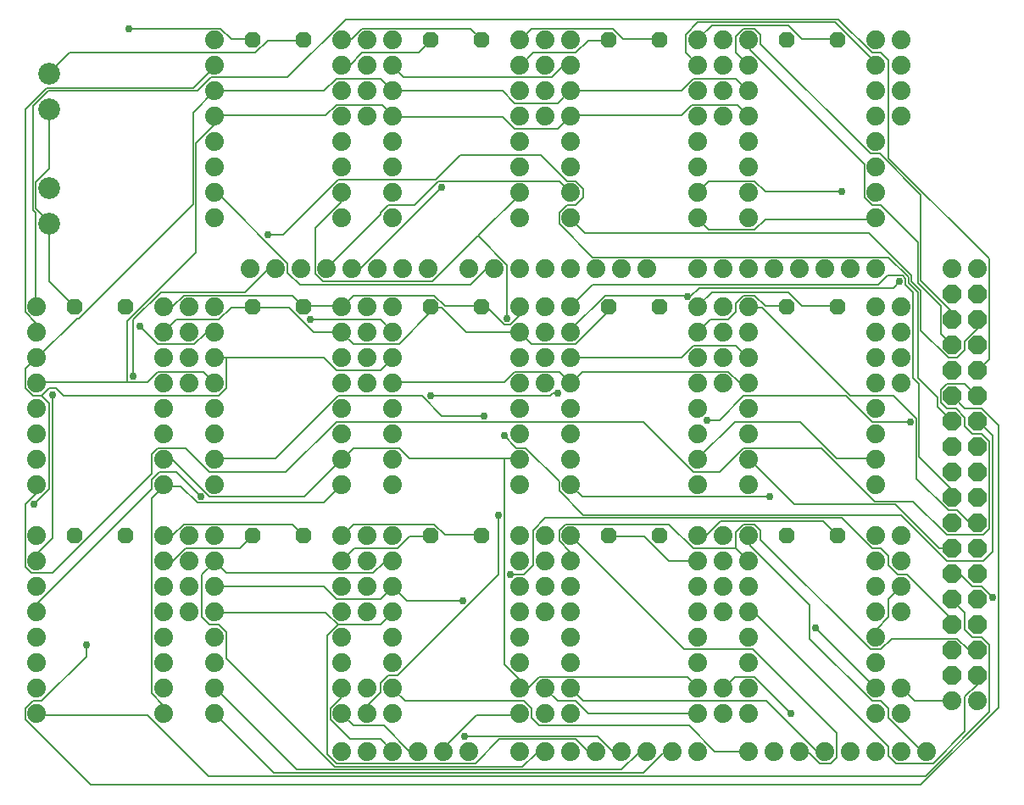
<source format=gbr>
G04 EAGLE Gerber RS-274X export*
G75*
%MOMM*%
%FSLAX34Y34*%
%LPD*%
%INBottom Copper*%
%IPPOS*%
%AMOC8*
5,1,8,0,0,1.08239X$1,22.5*%
G01*
%ADD10C,1.879600*%
%ADD11P,2.034460X8X112.500000*%
%ADD12P,1.732040X8X202.500000*%
%ADD13C,2.184400*%
%ADD14C,0.152400*%
%ADD15C,0.756400*%


D10*
X203200Y63500D03*
X203200Y88900D03*
X203200Y114300D03*
X203200Y139700D03*
X203200Y165100D03*
X203200Y190500D03*
X203200Y215900D03*
X203200Y241300D03*
X381000Y63500D03*
X381000Y88900D03*
X381000Y114300D03*
X381000Y139700D03*
X381000Y165100D03*
X381000Y190500D03*
X381000Y215900D03*
X381000Y241300D03*
X558800Y63500D03*
X558800Y88900D03*
X558800Y114300D03*
X558800Y139700D03*
X558800Y165100D03*
X558800Y190500D03*
X558800Y215900D03*
X558800Y241300D03*
X736600Y63500D03*
X736600Y88900D03*
X736600Y114300D03*
X736600Y139700D03*
X736600Y165100D03*
X736600Y190500D03*
X736600Y215900D03*
X736600Y241300D03*
X25400Y241300D03*
X25400Y215900D03*
X25400Y190500D03*
X25400Y165100D03*
X25400Y139700D03*
X25400Y114300D03*
X25400Y88900D03*
X25400Y63500D03*
X736600Y469900D03*
X736600Y444500D03*
X736600Y419100D03*
X736600Y393700D03*
X736600Y368300D03*
X736600Y342900D03*
X736600Y317500D03*
X736600Y292100D03*
X558800Y469900D03*
X558800Y444500D03*
X558800Y419100D03*
X558800Y393700D03*
X558800Y368300D03*
X558800Y342900D03*
X558800Y317500D03*
X558800Y292100D03*
X381000Y469900D03*
X381000Y444500D03*
X381000Y419100D03*
X381000Y393700D03*
X381000Y368300D03*
X381000Y342900D03*
X381000Y317500D03*
X381000Y292100D03*
X203200Y469900D03*
X203200Y444500D03*
X203200Y419100D03*
X203200Y393700D03*
X203200Y368300D03*
X203200Y342900D03*
X203200Y317500D03*
X203200Y292100D03*
X25400Y469900D03*
X25400Y444500D03*
X25400Y419100D03*
X25400Y393700D03*
X25400Y368300D03*
X25400Y342900D03*
X25400Y317500D03*
X25400Y292100D03*
X736600Y736600D03*
X736600Y711200D03*
X736600Y685800D03*
X736600Y660400D03*
X736600Y635000D03*
X736600Y609600D03*
X736600Y584200D03*
X736600Y558800D03*
X558800Y736600D03*
X558800Y711200D03*
X558800Y685800D03*
X558800Y660400D03*
X558800Y635000D03*
X558800Y609600D03*
X558800Y584200D03*
X558800Y558800D03*
X381000Y736600D03*
X381000Y711200D03*
X381000Y685800D03*
X381000Y660400D03*
X381000Y635000D03*
X381000Y609600D03*
X381000Y584200D03*
X381000Y558800D03*
X203200Y736600D03*
X203200Y711200D03*
X203200Y685800D03*
X203200Y660400D03*
X203200Y635000D03*
X203200Y609600D03*
X203200Y584200D03*
X203200Y558800D03*
X330200Y63500D03*
X330200Y88900D03*
X330200Y114300D03*
X330200Y139700D03*
X330200Y165100D03*
X330200Y190500D03*
X330200Y215900D03*
X330200Y241300D03*
X355600Y165100D03*
X355600Y190500D03*
X355600Y215900D03*
X355600Y241300D03*
X355600Y63500D03*
X355600Y88900D03*
X533400Y63500D03*
X533400Y88900D03*
X711200Y63500D03*
X711200Y88900D03*
X889000Y63500D03*
X889000Y88900D03*
X508000Y63500D03*
X508000Y88900D03*
X508000Y114300D03*
X508000Y139700D03*
X508000Y165100D03*
X508000Y190500D03*
X508000Y215900D03*
X508000Y241300D03*
X533400Y165100D03*
X533400Y190500D03*
X533400Y215900D03*
X533400Y241300D03*
X685800Y63500D03*
X685800Y88900D03*
X685800Y114300D03*
X685800Y139700D03*
X685800Y165100D03*
X685800Y190500D03*
X685800Y215900D03*
X685800Y241300D03*
X863600Y63500D03*
X863600Y88900D03*
X863600Y114300D03*
X863600Y139700D03*
X863600Y165100D03*
X863600Y190500D03*
X863600Y215900D03*
X863600Y241300D03*
X152400Y63500D03*
X152400Y88900D03*
X152400Y114300D03*
X152400Y139700D03*
X152400Y165100D03*
X152400Y190500D03*
X152400Y215900D03*
X152400Y241300D03*
X863600Y292100D03*
X863600Y317500D03*
X863600Y342900D03*
X863600Y368300D03*
X863600Y393700D03*
X863600Y419100D03*
X863600Y444500D03*
X863600Y469900D03*
X685800Y292100D03*
X685800Y317500D03*
X685800Y342900D03*
X685800Y368300D03*
X685800Y393700D03*
X685800Y419100D03*
X685800Y444500D03*
X685800Y469900D03*
X508000Y292100D03*
X508000Y317500D03*
X508000Y342900D03*
X508000Y368300D03*
X508000Y393700D03*
X508000Y419100D03*
X508000Y444500D03*
X508000Y469900D03*
X330200Y292100D03*
X330200Y317500D03*
X330200Y342900D03*
X330200Y368300D03*
X330200Y393700D03*
X330200Y419100D03*
X330200Y444500D03*
X330200Y469900D03*
X152400Y292100D03*
X152400Y317500D03*
X152400Y342900D03*
X152400Y368300D03*
X152400Y393700D03*
X152400Y419100D03*
X152400Y444500D03*
X152400Y469900D03*
X863600Y558800D03*
X863600Y584200D03*
X863600Y609600D03*
X863600Y635000D03*
X863600Y660400D03*
X863600Y685800D03*
X863600Y711200D03*
X863600Y736600D03*
X685800Y558800D03*
X685800Y584200D03*
X685800Y609600D03*
X685800Y635000D03*
X685800Y660400D03*
X685800Y685800D03*
X685800Y711200D03*
X685800Y736600D03*
X508000Y558800D03*
X508000Y584200D03*
X508000Y609600D03*
X508000Y635000D03*
X508000Y660400D03*
X508000Y685800D03*
X508000Y711200D03*
X508000Y736600D03*
X330200Y558800D03*
X330200Y584200D03*
X330200Y609600D03*
X330200Y635000D03*
X330200Y660400D03*
X330200Y685800D03*
X330200Y711200D03*
X330200Y736600D03*
X711200Y165100D03*
X711200Y190500D03*
X711200Y215900D03*
X711200Y241300D03*
X889000Y165100D03*
X889000Y190500D03*
X889000Y215900D03*
X889000Y241300D03*
X177800Y165100D03*
X177800Y190500D03*
X177800Y215900D03*
X177800Y241300D03*
X889000Y393700D03*
X889000Y419100D03*
X889000Y444500D03*
X889000Y469900D03*
X711200Y393700D03*
X711200Y419100D03*
X711200Y444500D03*
X711200Y469900D03*
X533400Y393700D03*
X533400Y419100D03*
X533400Y444500D03*
X533400Y469900D03*
X355600Y393700D03*
X355600Y419100D03*
X355600Y444500D03*
X355600Y469900D03*
X177800Y393700D03*
X177800Y419100D03*
X177800Y444500D03*
X177800Y469900D03*
X889000Y660400D03*
X889000Y685800D03*
X889000Y711200D03*
X889000Y736600D03*
X711200Y660400D03*
X711200Y685800D03*
X711200Y711200D03*
X711200Y736600D03*
X533400Y660400D03*
X533400Y685800D03*
X533400Y711200D03*
X533400Y736600D03*
X355600Y660400D03*
X355600Y685800D03*
X355600Y711200D03*
X355600Y736600D03*
X762000Y25400D03*
X787400Y25400D03*
X812800Y25400D03*
X838200Y25400D03*
X863600Y25400D03*
X889000Y25400D03*
X914400Y25400D03*
X736600Y25400D03*
X711200Y508000D03*
X736600Y508000D03*
X762000Y508000D03*
X787400Y508000D03*
X812800Y508000D03*
X838200Y508000D03*
X863600Y508000D03*
X685800Y508000D03*
X533400Y25400D03*
X558800Y25400D03*
X584200Y25400D03*
X609600Y25400D03*
X635000Y25400D03*
X660400Y25400D03*
X685800Y25400D03*
X508000Y25400D03*
X482600Y508000D03*
X508000Y508000D03*
X533400Y508000D03*
X558800Y508000D03*
X584200Y508000D03*
X609600Y508000D03*
X635000Y508000D03*
X457200Y508000D03*
X264160Y508000D03*
X289560Y508000D03*
X314960Y508000D03*
X340360Y508000D03*
X365760Y508000D03*
X391160Y508000D03*
X416560Y508000D03*
X238760Y508000D03*
D11*
X965200Y304800D03*
X939800Y304800D03*
X965200Y330200D03*
X939800Y330200D03*
X965200Y355600D03*
X939800Y355600D03*
X965200Y381000D03*
X939800Y381000D03*
X965200Y406400D03*
X939800Y406400D03*
X965200Y431800D03*
X939800Y431800D03*
X965200Y457200D03*
X939800Y457200D03*
X965200Y482600D03*
X939800Y482600D03*
X965200Y101600D03*
X939800Y101600D03*
X965200Y127000D03*
X939800Y127000D03*
X965200Y152400D03*
X939800Y152400D03*
X965200Y177800D03*
X939800Y177800D03*
X965200Y203200D03*
X939800Y203200D03*
X965200Y228600D03*
X939800Y228600D03*
X965200Y254000D03*
X939800Y254000D03*
X965200Y279400D03*
X939800Y279400D03*
D10*
X939800Y76200D03*
X965200Y76200D03*
X939800Y508000D03*
X965200Y508000D03*
X330200Y25400D03*
X355600Y25400D03*
X381000Y25400D03*
X406400Y25400D03*
X431800Y25400D03*
X457200Y25400D03*
D12*
X114300Y241300D03*
X63500Y241300D03*
X292100Y241300D03*
X241300Y241300D03*
X469900Y241300D03*
X419100Y241300D03*
X647700Y241300D03*
X596900Y241300D03*
X825500Y241300D03*
X774700Y241300D03*
X825500Y469900D03*
X774700Y469900D03*
X647700Y469900D03*
X596900Y469900D03*
X469900Y469900D03*
X419100Y469900D03*
X292100Y469900D03*
X241300Y469900D03*
X114300Y469900D03*
X63500Y469900D03*
X825500Y736600D03*
X774700Y736600D03*
X647700Y736600D03*
X596900Y736600D03*
X469900Y736600D03*
X419100Y736600D03*
X292100Y736600D03*
X241300Y736600D03*
D13*
X38100Y553500D03*
X38100Y588500D03*
X38100Y667800D03*
X38100Y702800D03*
D14*
X864108Y147828D02*
X864108Y140208D01*
X864108Y147828D02*
X876300Y160020D01*
X876300Y178308D01*
X888492Y190500D01*
X864108Y140208D02*
X863600Y139700D01*
X888492Y190500D02*
X889000Y190500D01*
X902208Y76200D02*
X939800Y76200D01*
X902208Y76200D02*
X890016Y88392D01*
X889000Y88900D01*
X405384Y25908D02*
X397764Y25908D01*
X371856Y51816D01*
X341376Y51816D01*
X330708Y62484D01*
X405384Y25908D02*
X406400Y25400D01*
X330708Y62484D02*
X330200Y63500D01*
X464820Y62484D02*
X507492Y62484D01*
X464820Y62484D02*
X432816Y30480D01*
X432816Y25908D01*
X507492Y62484D02*
X508000Y63500D01*
X432816Y25908D02*
X431800Y25400D01*
X576072Y64008D02*
X685800Y64008D01*
X576072Y64008D02*
X563880Y76200D01*
X545592Y76200D01*
X533400Y88392D01*
X685800Y64008D02*
X685800Y63500D01*
X533400Y88392D02*
X533400Y88900D01*
X742188Y100584D02*
X778764Y64008D01*
X742188Y100584D02*
X722376Y100584D01*
X711708Y89916D01*
X711200Y88900D01*
X752856Y557784D02*
X862584Y557784D01*
X752856Y557784D02*
X742188Y547116D01*
X696468Y547116D01*
X685800Y557784D01*
X862584Y557784D02*
X863600Y558800D01*
X685800Y558800D02*
X685800Y557784D01*
X152400Y71628D02*
X152400Y63500D01*
X152400Y71628D02*
X140208Y83820D01*
X140208Y278892D01*
X152400Y291084D01*
X169164Y291084D01*
X185928Y274320D01*
X312420Y274320D01*
X330200Y292100D01*
X152400Y292100D02*
X152400Y291084D01*
X256032Y507492D02*
X263652Y507492D01*
X256032Y507492D02*
X233172Y484632D01*
X149352Y484632D01*
X121920Y457200D01*
X121920Y400812D01*
X263652Y507492D02*
X264160Y508000D01*
D15*
X778764Y64008D03*
X121920Y400812D03*
D14*
X524256Y24384D02*
X533400Y24384D01*
X524256Y24384D02*
X510540Y10668D01*
X323088Y10668D01*
X214884Y118872D01*
X214884Y144780D01*
X207264Y152400D01*
X198120Y152400D01*
X190500Y160020D01*
X190500Y202692D01*
X202692Y214884D01*
X533400Y25400D02*
X533400Y24384D01*
X202692Y214884D02*
X203200Y215900D01*
X371856Y214884D02*
X381000Y214884D01*
X371856Y214884D02*
X361188Y204216D01*
X214884Y204216D01*
X203200Y215900D01*
X381000Y215900D02*
X381000Y214884D01*
X312420Y190500D02*
X203200Y190500D01*
X312420Y190500D02*
X324612Y178308D01*
X368808Y178308D01*
X381000Y190500D01*
X394716Y176784D02*
X451104Y176784D01*
X394716Y176784D02*
X381000Y190500D01*
D15*
X451104Y176784D03*
D14*
X313944Y164592D02*
X204216Y164592D01*
X313944Y164592D02*
X326136Y152400D01*
X368808Y152400D01*
X381000Y164592D01*
X204216Y164592D02*
X203200Y165100D01*
X381000Y164592D02*
X381000Y165100D01*
X576072Y25908D02*
X583692Y25908D01*
X576072Y25908D02*
X563880Y38100D01*
X487680Y38100D01*
X463296Y13716D01*
X324612Y13716D01*
X315468Y22860D01*
X315468Y141732D01*
X326136Y152400D01*
X583692Y25908D02*
X584200Y25400D01*
X557784Y216408D02*
X557784Y225552D01*
X547116Y236220D01*
X547116Y246888D01*
X553212Y252984D01*
X656844Y252984D01*
X681228Y228600D01*
X723900Y228600D01*
X736600Y215900D01*
X558800Y215900D02*
X557784Y216408D01*
X955548Y128016D02*
X964692Y128016D01*
X955548Y128016D02*
X944880Y138684D01*
X879348Y138684D01*
X868680Y128016D01*
X858012Y128016D01*
X748284Y237744D01*
X748284Y246888D01*
X742188Y252984D01*
X731520Y252984D01*
X723900Y245364D01*
X723900Y228600D01*
X964692Y128016D02*
X965200Y127000D01*
X964692Y100584D02*
X964692Y92964D01*
X952500Y80772D01*
X952500Y45720D01*
X920496Y13716D01*
X883920Y13716D01*
X876300Y21336D01*
X876300Y30480D01*
X742188Y164592D01*
X737616Y164592D01*
X964692Y100584D02*
X965200Y101600D01*
X737616Y164592D02*
X736600Y165100D01*
X313944Y661416D02*
X204216Y661416D01*
X313944Y661416D02*
X324612Y672084D01*
X370332Y672084D01*
X381000Y661416D01*
X204216Y661416D02*
X203200Y660400D01*
X381000Y660400D02*
X381000Y661416D01*
X559308Y661416D02*
X669036Y661416D01*
X679704Y672084D01*
X725424Y672084D01*
X736092Y661416D01*
X559308Y661416D02*
X558800Y660400D01*
X736092Y661416D02*
X736600Y660400D01*
X490728Y659892D02*
X381000Y659892D01*
X490728Y659892D02*
X502920Y647700D01*
X545592Y647700D01*
X557784Y659892D01*
X381000Y659892D02*
X381000Y660400D01*
X557784Y659892D02*
X558800Y660400D01*
X492252Y394716D02*
X381000Y394716D01*
X492252Y394716D02*
X502920Y405384D01*
X547116Y405384D01*
X558800Y393700D01*
X381000Y393700D02*
X381000Y394716D01*
X726948Y394716D02*
X736092Y394716D01*
X726948Y394716D02*
X716280Y405384D01*
X569976Y405384D01*
X559308Y394716D01*
X736092Y394716D02*
X736600Y393700D01*
X559308Y394716D02*
X558800Y393700D01*
X25908Y173736D02*
X25908Y166116D01*
X25908Y173736D02*
X140208Y288036D01*
X140208Y297180D01*
X147828Y304800D01*
X164592Y304800D01*
X188976Y280416D01*
X25908Y166116D02*
X25400Y165100D01*
X115824Y394716D02*
X135636Y394716D01*
X115824Y394716D02*
X25908Y394716D01*
X135636Y394716D02*
X146304Y405384D01*
X192024Y405384D01*
X202692Y394716D01*
X25908Y394716D02*
X25400Y393700D01*
X202692Y394716D02*
X203200Y393700D01*
X202692Y652272D02*
X202692Y659892D01*
X202692Y652272D02*
X184404Y633984D01*
X184404Y524256D01*
X115824Y455676D01*
X115824Y394716D01*
X202692Y659892D02*
X203200Y660400D01*
D15*
X188976Y280416D03*
D14*
X558800Y419100D02*
X669036Y419100D01*
X681228Y431292D01*
X723900Y431292D01*
X736092Y419100D01*
X736600Y419100D01*
X312420Y419100D02*
X214884Y419100D01*
X203200Y419100D01*
X312420Y419100D02*
X324612Y406908D01*
X368808Y406908D01*
X381000Y419100D01*
X38100Y288036D02*
X22860Y272796D01*
X38100Y288036D02*
X38100Y373380D01*
X30480Y381000D01*
X21336Y381000D01*
X13716Y388620D01*
X13716Y408432D01*
X24384Y419100D01*
X25400Y419100D01*
X214884Y419100D02*
X214884Y388620D01*
X207264Y381000D01*
X51816Y381000D01*
X44196Y388620D01*
X38100Y388620D01*
X30480Y381000D01*
X541020Y384048D02*
X545592Y384048D01*
X541020Y384048D02*
X537972Y381000D01*
X419100Y381000D01*
X312420Y685800D02*
X203200Y685800D01*
X312420Y685800D02*
X324612Y697992D01*
X368808Y697992D01*
X381000Y685800D01*
X558800Y685800D02*
X669036Y685800D01*
X681228Y697992D01*
X723900Y697992D01*
X736092Y685800D01*
X736600Y685800D01*
X490728Y685800D02*
X381000Y685800D01*
X490728Y685800D02*
X502920Y673608D01*
X545592Y673608D01*
X557784Y685800D01*
X558800Y685800D01*
X65532Y458724D02*
X25908Y419100D01*
X65532Y458724D02*
X67056Y458724D01*
X181356Y573024D01*
X181356Y664464D01*
X202692Y685800D01*
X25908Y419100D02*
X25400Y419100D01*
X202692Y685800D02*
X203200Y685800D01*
D15*
X22860Y272796D03*
X545592Y384048D03*
X419100Y381000D03*
D14*
X368808Y457200D02*
X298704Y457200D01*
X368808Y457200D02*
X381000Y445008D01*
X381000Y444500D01*
X25908Y224028D02*
X25908Y216408D01*
X25908Y224028D02*
X41148Y239268D01*
X41148Y382524D01*
X25908Y216408D02*
X25400Y215900D01*
X193548Y443484D02*
X202692Y443484D01*
X193548Y443484D02*
X182880Y432816D01*
X146304Y432816D01*
X128016Y451104D01*
X202692Y443484D02*
X203200Y444500D01*
X559308Y445008D02*
X559308Y448056D01*
X592836Y481584D01*
X673608Y481584D01*
X675132Y480060D01*
X559308Y445008D02*
X558800Y444500D01*
X557784Y710184D02*
X550164Y710184D01*
X539496Y699516D01*
X391668Y699516D01*
X381000Y710184D01*
X557784Y710184D02*
X558800Y711200D01*
X381000Y711200D02*
X381000Y710184D01*
X938784Y466344D02*
X938784Y457200D01*
X938784Y466344D02*
X908304Y496824D01*
X908304Y582168D01*
X867156Y623316D01*
X858012Y623316D01*
X748284Y733044D01*
X748284Y742188D01*
X742188Y748284D01*
X731520Y748284D01*
X723900Y740664D01*
X723900Y723900D01*
X736600Y711200D01*
X938784Y457200D02*
X939800Y457200D01*
X678180Y480060D02*
X675132Y480060D01*
X678180Y480060D02*
X687324Y489204D01*
X880872Y489204D01*
X886968Y495300D01*
X24384Y454152D02*
X24384Y445008D01*
X24384Y454152D02*
X13716Y464820D01*
X13716Y667512D01*
X35052Y688848D01*
X181356Y688848D01*
X202692Y710184D01*
X25400Y444500D02*
X24384Y445008D01*
X202692Y710184D02*
X203200Y711200D01*
D15*
X298704Y457200D03*
X41148Y382524D03*
X128016Y451104D03*
X675132Y480060D03*
X886968Y495300D03*
D14*
X329184Y574548D02*
X329184Y583692D01*
X329184Y574548D02*
X303276Y548640D01*
X303276Y502920D01*
X310896Y495300D01*
X420624Y495300D01*
X466344Y541020D02*
X509016Y583692D01*
X466344Y541020D02*
X420624Y495300D01*
X330200Y584200D02*
X329184Y583692D01*
X508000Y584200D02*
X509016Y583692D01*
X752856Y585216D02*
X829056Y585216D01*
X752856Y585216D02*
X742188Y595884D01*
X696468Y595884D01*
X685800Y585216D01*
X685800Y584200D01*
X516636Y89916D02*
X509016Y89916D01*
X516636Y89916D02*
X527304Y100584D01*
X675132Y100584D01*
X685800Y89916D01*
X509016Y89916D02*
X508000Y88900D01*
X685800Y88900D02*
X685800Y89916D01*
X803148Y149352D02*
X863600Y88900D01*
X329184Y88392D02*
X329184Y79248D01*
X318516Y68580D01*
X318516Y57912D01*
X338328Y38100D01*
X368808Y38100D01*
X381000Y25908D01*
X330200Y88900D02*
X329184Y88392D01*
X381000Y25908D02*
X381000Y25400D01*
X161544Y316992D02*
X152400Y316992D01*
X161544Y316992D02*
X198120Y280416D01*
X292608Y280416D01*
X329184Y316992D01*
X152400Y316992D02*
X152400Y317500D01*
X329184Y316992D02*
X330200Y317500D01*
X397764Y318516D02*
X492252Y318516D01*
X507492Y318516D01*
X397764Y318516D02*
X387096Y329184D01*
X341376Y329184D01*
X330708Y318516D01*
X507492Y318516D02*
X508000Y317500D01*
X330708Y318516D02*
X330200Y317500D01*
X824484Y318516D02*
X862584Y318516D01*
X824484Y318516D02*
X787908Y355092D01*
X722376Y355092D01*
X685800Y318516D01*
X862584Y318516D02*
X863600Y317500D01*
X685800Y317500D02*
X685800Y318516D01*
X507492Y97536D02*
X507492Y89916D01*
X507492Y97536D02*
X492252Y112776D01*
X492252Y318516D01*
X507492Y89916D02*
X508000Y88900D01*
X495300Y512064D02*
X466344Y541020D01*
X495300Y512064D02*
X495300Y458724D01*
D15*
X829056Y585216D03*
X803148Y149352D03*
X495300Y458724D03*
D14*
X597408Y240792D02*
X632460Y240792D01*
X656844Y216408D01*
X685800Y216408D01*
X597408Y240792D02*
X596900Y241300D01*
X685800Y216408D02*
X685800Y215900D01*
X161544Y216408D02*
X152400Y216408D01*
X161544Y216408D02*
X173736Y228600D01*
X228600Y228600D01*
X241300Y241300D01*
X152400Y216408D02*
X152400Y215900D01*
X397764Y240792D02*
X419100Y240792D01*
X397764Y240792D02*
X385572Y228600D01*
X342900Y228600D01*
X330200Y215900D01*
X419100Y240792D02*
X419100Y241300D01*
X576072Y736092D02*
X595884Y736092D01*
X576072Y736092D02*
X563880Y723900D01*
X521208Y723900D01*
X509016Y711708D01*
X595884Y736092D02*
X596900Y736600D01*
X509016Y711708D02*
X508000Y711200D01*
X338328Y711708D02*
X330708Y711708D01*
X338328Y711708D02*
X350520Y723900D01*
X406908Y723900D01*
X419100Y736092D01*
X330708Y711708D02*
X330200Y711200D01*
X419100Y736092D02*
X419100Y736600D01*
X862584Y714756D02*
X862584Y711708D01*
X862584Y714756D02*
X822960Y754380D01*
X685800Y754380D01*
X673608Y742188D01*
X673608Y723900D01*
X685800Y711708D01*
X862584Y711708D02*
X863600Y711200D01*
X685800Y711708D02*
X685800Y711200D01*
X429768Y469392D02*
X419100Y469392D01*
X429768Y469392D02*
X454152Y445008D01*
X507492Y445008D01*
X508000Y444500D01*
X277368Y469392D02*
X242316Y469392D01*
X277368Y469392D02*
X301752Y445008D01*
X329184Y445008D01*
X242316Y469392D02*
X241300Y469900D01*
X329184Y445008D02*
X330200Y444500D01*
X38100Y495300D02*
X38100Y553500D01*
X38100Y495300D02*
X63500Y469900D01*
X38100Y608076D02*
X38100Y667800D01*
X38100Y608076D02*
X24384Y594360D01*
X24384Y568452D01*
X38100Y554736D01*
X38100Y553500D01*
X219456Y469392D02*
X240792Y469392D01*
X219456Y469392D02*
X207264Y457200D01*
X164592Y457200D01*
X152400Y445008D01*
X240792Y469392D02*
X241300Y469900D01*
X152400Y445008D02*
X152400Y444500D01*
X419100Y464820D02*
X419100Y469392D01*
X419100Y464820D02*
X387096Y432816D01*
X341376Y432816D01*
X330708Y443484D01*
X419100Y469392D02*
X419100Y469900D01*
X330708Y443484D02*
X330200Y444500D01*
X595884Y464820D02*
X595884Y469392D01*
X595884Y464820D02*
X563880Y432816D01*
X519684Y432816D01*
X508000Y444500D01*
X595884Y469392D02*
X596900Y469900D01*
X752856Y470916D02*
X774192Y470916D01*
X752856Y470916D02*
X742188Y481584D01*
X731520Y481584D01*
X723900Y473964D01*
X723900Y464820D01*
X716280Y457200D01*
X697992Y457200D01*
X685800Y445008D01*
X774192Y470916D02*
X774700Y469900D01*
X685800Y445008D02*
X685800Y444500D01*
X240792Y737616D02*
X219456Y737616D01*
X208788Y748284D01*
X117348Y748284D01*
X240792Y737616D02*
X241300Y736600D01*
D15*
X117348Y748284D03*
D14*
X685800Y242316D02*
X694944Y242316D01*
X708660Y256032D01*
X810768Y256032D01*
X825500Y241300D01*
X685800Y241300D02*
X685800Y242316D01*
X161544Y242316D02*
X152400Y242316D01*
X161544Y242316D02*
X172212Y252984D01*
X280416Y252984D01*
X292100Y241300D01*
X152400Y241300D02*
X152400Y242316D01*
X432816Y242316D02*
X469392Y242316D01*
X432816Y242316D02*
X422148Y252984D01*
X341376Y252984D01*
X330708Y242316D01*
X469392Y242316D02*
X469900Y241300D01*
X330708Y242316D02*
X330200Y241300D01*
X330708Y737616D02*
X339852Y737616D01*
X350520Y748284D01*
X458724Y748284D01*
X469392Y737616D01*
X330708Y737616D02*
X330200Y736600D01*
X469392Y737616D02*
X469900Y736600D01*
X611124Y737616D02*
X647700Y737616D01*
X611124Y737616D02*
X600456Y748284D01*
X519684Y748284D01*
X508000Y736600D01*
X647700Y736600D02*
X647700Y737616D01*
X789432Y737616D02*
X824484Y737616D01*
X789432Y737616D02*
X775716Y751332D01*
X699516Y751332D01*
X685800Y737616D01*
X824484Y737616D02*
X825500Y736600D01*
X685800Y736600D02*
X685800Y737616D01*
X475488Y469392D02*
X470916Y469392D01*
X475488Y469392D02*
X492252Y452628D01*
X498348Y452628D01*
X507492Y461772D01*
X507492Y469392D01*
X470916Y469392D02*
X469900Y469900D01*
X507492Y469392D02*
X508000Y469900D01*
X329184Y470916D02*
X292608Y470916D01*
X292100Y469900D01*
X329184Y470916D02*
X330200Y469900D01*
X161544Y470916D02*
X152400Y470916D01*
X161544Y470916D02*
X172212Y481584D01*
X280416Y481584D01*
X292100Y469900D01*
X152400Y469900D02*
X152400Y470916D01*
X432816Y470916D02*
X469392Y470916D01*
X432816Y470916D02*
X422148Y481584D01*
X341376Y481584D01*
X330708Y470916D01*
X469392Y470916D02*
X469900Y469900D01*
X330708Y470916D02*
X330200Y469900D01*
X789432Y470916D02*
X824484Y470916D01*
X789432Y470916D02*
X775716Y484632D01*
X699516Y484632D01*
X685800Y470916D01*
X824484Y470916D02*
X825500Y469900D01*
X685800Y469900D02*
X685800Y470916D01*
X291084Y736092D02*
X256032Y736092D01*
X243840Y723900D01*
X57912Y723900D01*
X38100Y704088D01*
X291084Y736092D02*
X292100Y736600D01*
X38100Y704088D02*
X38100Y702800D01*
X737616Y240792D02*
X737616Y231648D01*
X797052Y172212D01*
X797052Y138684D01*
X859536Y76200D01*
X868680Y76200D01*
X876300Y68580D01*
X876300Y59436D01*
X909828Y25908D01*
X914400Y25908D01*
X737616Y240792D02*
X736600Y241300D01*
X914400Y25908D02*
X914400Y25400D01*
X812292Y25908D02*
X804672Y25908D01*
X754380Y76200D01*
X571500Y76200D01*
X558800Y88900D01*
X812292Y25908D02*
X812800Y25400D01*
X797052Y24384D02*
X787908Y24384D01*
X797052Y24384D02*
X807720Y13716D01*
X818388Y13716D01*
X824484Y19812D01*
X824484Y44196D01*
X740664Y128016D01*
X672084Y128016D01*
X558800Y241300D01*
X787400Y25400D02*
X787908Y24384D01*
X736092Y25908D02*
X702564Y25908D01*
X676656Y51816D01*
X527304Y51816D01*
X519684Y59436D01*
X519684Y68580D01*
X512064Y76200D01*
X393192Y76200D01*
X381000Y88392D01*
X736092Y25908D02*
X736600Y25400D01*
X381000Y88392D02*
X381000Y88900D01*
X650748Y24384D02*
X659892Y24384D01*
X650748Y24384D02*
X630936Y4572D01*
X262128Y4572D01*
X203200Y63500D01*
X659892Y24384D02*
X660400Y25400D01*
X633984Y24384D02*
X626364Y24384D01*
X609600Y7620D01*
X284988Y7620D01*
X204216Y88392D01*
X633984Y24384D02*
X635000Y25400D01*
X204216Y88392D02*
X203200Y88900D01*
X600456Y25908D02*
X609600Y25908D01*
X600456Y25908D02*
X585216Y41148D01*
X452628Y41148D01*
X609600Y25908D02*
X609600Y25400D01*
D15*
X452628Y41148D03*
D14*
X498348Y202692D02*
X512064Y202692D01*
X521208Y211836D01*
X521208Y246888D01*
X533400Y259080D01*
X829056Y259080D01*
X859536Y228600D01*
X868680Y228600D01*
X876300Y220980D01*
X876300Y211836D01*
X885444Y202692D01*
X894588Y202692D01*
X938784Y158496D01*
X938784Y152400D01*
X939800Y152400D01*
D15*
X498348Y202692D03*
D14*
X356616Y73152D02*
X356616Y64008D01*
X356616Y73152D02*
X368808Y85344D01*
X368808Y94488D01*
X376428Y102108D01*
X385572Y102108D01*
X486156Y202692D01*
X486156Y262128D01*
X356616Y64008D02*
X355600Y63500D01*
D15*
X486156Y262128D03*
D14*
X135636Y62484D02*
X25908Y62484D01*
X135636Y62484D02*
X196596Y1524D01*
X912876Y1524D01*
X976884Y65532D01*
X976884Y132588D01*
X969264Y140208D01*
X960120Y140208D01*
X952500Y147828D01*
X952500Y164592D01*
X940308Y176784D01*
X25908Y62484D02*
X25400Y63500D01*
X939800Y177800D02*
X940308Y176784D01*
X940308Y202692D02*
X947928Y202692D01*
X960120Y190500D01*
X969264Y190500D01*
X979932Y179832D01*
X940308Y202692D02*
X939800Y203200D01*
D15*
X979932Y179832D03*
D14*
X939800Y228600D02*
X926592Y228600D01*
X882396Y272796D01*
X781812Y272796D01*
X737616Y316992D01*
X736600Y317500D01*
X957072Y254508D02*
X964692Y254508D01*
X957072Y254508D02*
X944880Y266700D01*
X935736Y266700D01*
X903732Y298704D01*
X903732Y358140D01*
X880872Y381000D01*
X838200Y381000D01*
X749808Y469392D01*
X737616Y469392D01*
X964692Y254508D02*
X965200Y254000D01*
X737616Y469392D02*
X736600Y469900D01*
X757428Y280416D02*
X569976Y280416D01*
X559308Y291084D01*
X558800Y292100D01*
D15*
X757428Y280416D03*
D14*
X938784Y280416D02*
X938784Y288036D01*
X906780Y320040D01*
X906780Y393192D01*
X900684Y399288D01*
X900684Y484632D01*
X893064Y492252D01*
X893064Y498348D01*
X890016Y501396D01*
X874776Y501396D01*
X865632Y492252D01*
X580644Y492252D01*
X559308Y470916D01*
X938784Y280416D02*
X939800Y279400D01*
X558800Y469900D02*
X559308Y470916D01*
X694944Y356616D02*
X707136Y356616D01*
X731520Y381000D01*
X833628Y381000D01*
X859536Y355092D01*
X897636Y355092D01*
D15*
X694944Y356616D03*
X897636Y355092D03*
D14*
X263652Y318516D02*
X204216Y318516D01*
X263652Y318516D02*
X326136Y381000D01*
X409956Y381000D01*
X429768Y361188D01*
X472440Y361188D01*
X492252Y341376D02*
X504444Y329184D01*
X513588Y329184D01*
X547116Y295656D01*
X547116Y286512D01*
X571500Y262128D01*
X888492Y262128D01*
X934212Y216408D01*
X970788Y216408D01*
X979932Y225552D01*
X979932Y341376D01*
X966216Y355092D01*
X204216Y318516D02*
X203200Y317500D01*
X965200Y355600D02*
X966216Y355092D01*
D15*
X472440Y361188D03*
X492252Y341376D03*
D14*
X271272Y542544D02*
X256032Y542544D01*
X271272Y542544D02*
X326136Y597408D01*
X423672Y597408D01*
X448056Y621792D01*
X528828Y621792D01*
X554736Y595884D01*
X563880Y595884D01*
X571500Y588264D01*
X571500Y579120D01*
X563880Y571500D01*
X554736Y571500D01*
X547116Y563880D01*
X547116Y553212D01*
X580644Y519684D01*
X876300Y519684D01*
X896112Y499872D01*
X896112Y493776D01*
X905256Y484632D01*
X905256Y399288D01*
X925068Y379476D01*
X925068Y370332D01*
X939800Y355600D01*
D15*
X256032Y542544D03*
D14*
X24384Y291084D02*
X24384Y283464D01*
X13716Y272796D01*
X13716Y210312D01*
X19812Y204216D01*
X41148Y204216D01*
X140208Y303276D01*
X140208Y323088D01*
X146304Y329184D01*
X173736Y329184D01*
X198120Y304800D01*
X274320Y304800D01*
X324612Y355092D01*
X630936Y355092D01*
X681228Y304800D01*
X707136Y304800D01*
X731520Y329184D01*
X809244Y329184D01*
X862584Y275844D01*
X900684Y275844D01*
X934212Y242316D01*
X970788Y242316D01*
X976884Y248412D01*
X976884Y335280D01*
X969264Y342900D01*
X960120Y342900D01*
X952500Y350520D01*
X952500Y359664D01*
X943356Y368808D01*
X934212Y368808D01*
X928116Y374904D01*
X928116Y387096D01*
X934212Y393192D01*
X952500Y393192D01*
X964692Y381000D01*
X25400Y292100D02*
X24384Y291084D01*
X964692Y381000D02*
X965200Y381000D01*
X74676Y132588D02*
X74676Y120396D01*
X30480Y76200D01*
X21336Y76200D01*
X13716Y68580D01*
X13716Y57912D01*
X79248Y-7620D01*
X908304Y-7620D01*
X986028Y70104D01*
X986028Y352044D01*
X969264Y368808D01*
X952500Y368808D01*
X940308Y381000D01*
X939800Y381000D01*
D15*
X74676Y132588D03*
D14*
X24384Y470916D02*
X24384Y563880D01*
X21336Y566928D01*
X21336Y670560D01*
X36576Y685800D01*
X185928Y685800D01*
X199644Y699516D01*
X275844Y699516D01*
X333756Y757428D01*
X826008Y757428D01*
X859536Y723900D01*
X868680Y723900D01*
X876300Y716280D01*
X876300Y618744D01*
X976884Y518160D01*
X976884Y417576D01*
X966216Y406908D01*
X25400Y469900D02*
X24384Y470916D01*
X965200Y406400D02*
X966216Y406908D01*
X737616Y726948D02*
X737616Y736092D01*
X737616Y726948D02*
X851916Y612648D01*
X851916Y579120D01*
X859536Y571500D01*
X868680Y571500D01*
X905256Y534924D01*
X905256Y493776D01*
X928116Y470916D01*
X928116Y443484D01*
X939800Y431800D01*
X737616Y736092D02*
X736600Y736600D01*
X964692Y457200D02*
X964692Y448056D01*
X952500Y435864D01*
X952500Y426720D01*
X944880Y419100D01*
X935736Y419100D01*
X908304Y446532D01*
X908304Y486156D01*
X899160Y495300D01*
X899160Y501396D01*
X856488Y544068D01*
X573024Y544068D01*
X559308Y557784D01*
X964692Y457200D02*
X965200Y457200D01*
X559308Y557784D02*
X558800Y558800D01*
X368808Y562356D02*
X315468Y509016D01*
X368808Y562356D02*
X368808Y563880D01*
X376428Y571500D01*
X402336Y571500D01*
X426720Y595884D01*
X547116Y595884D01*
X558800Y584200D01*
X315468Y509016D02*
X314960Y508000D01*
X341376Y509016D02*
X348996Y509016D01*
X429768Y589788D01*
X341376Y509016D02*
X340360Y508000D01*
D15*
X429768Y589788D03*
D14*
X473964Y507492D02*
X481584Y507492D01*
X473964Y507492D02*
X458724Y492252D01*
X288036Y492252D01*
X275844Y504444D01*
X275844Y513588D01*
X204216Y585216D01*
X481584Y507492D02*
X482600Y508000D01*
X204216Y585216D02*
X203200Y584200D01*
M02*

</source>
